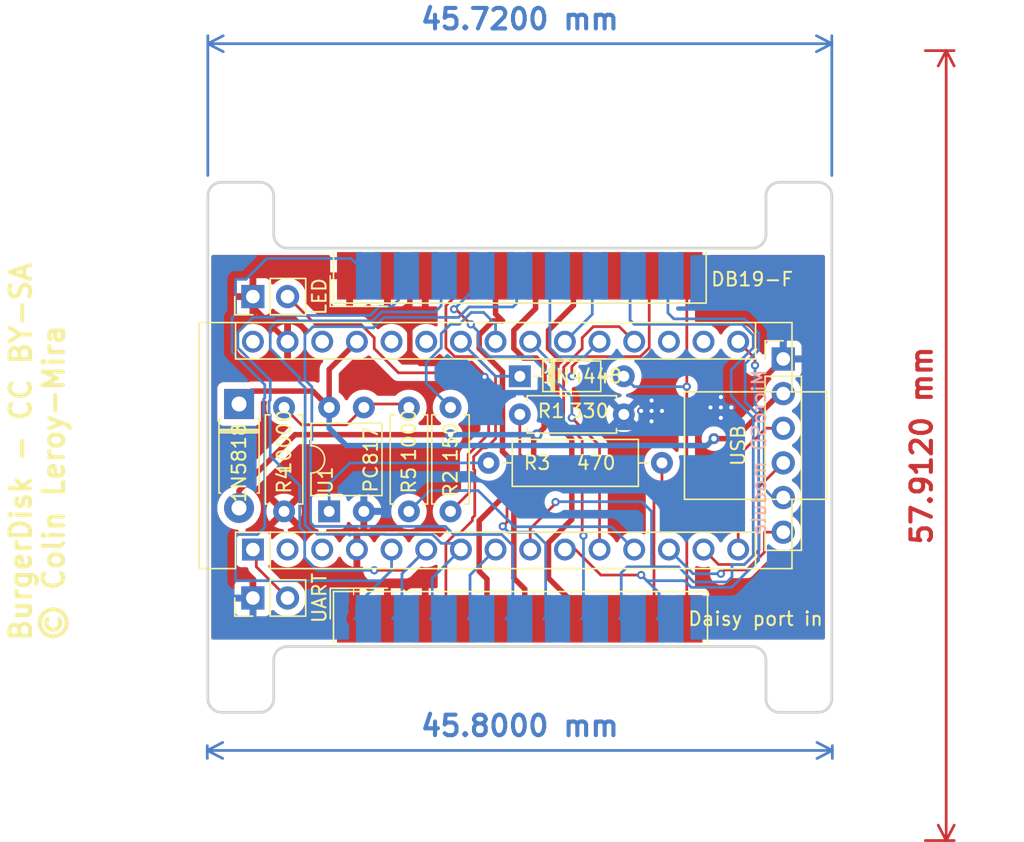
<source format=kicad_pcb>
(kicad_pcb (version 20241229) (generator "pcbnew") (generator_version "9.0")
  (layers (0 "F.Cu" signal) (2 "B.Cu" signal) (13 "F.Paste" user) (15 "B.Paste" user) (5 "F.SilkS" user "F.Silkscreen") (7 "B.SilkS" user "B.Silkscreen") (1 "F.Mask" user) (3 "B.Mask" user) (25 "Edge.Cuts" user))
  (net 0 "")
  (net 1 "TX")
  (net 2 "GND")
  (net 3 "PH0")
  (net 4 "PH1")
  (net 5 "PH2")
  (net 6 "PH3_in")
  (net 7 "RDDATA")
  (net 8 "WRDATA")
  (net 9 "PH3_out")
  (net 10 "DRV2_burgerDisk")
  (net 11 "CS")
  (net 12 "MOSI")
  (net 13 "MISO")
  (net 14 "SCK")
  (net 15 "DRV1_in")
  (net 16 "HDSEL_out")
  (net 17 "DRV1_out")
  (net 18 "DRV2_out")
  (net 19 "WRPROT_in")
  (net 20 "5V_burgerDisk")
  (net 21 "WRPROT_out")
  (net 22 "5V_apple2")
  (net 23 "EN3.5")
  (net 24 "-12V")
  (net 25 "+12V")
  (net 26 "DRV2_in")
  (net 27 "WREQ")
  (net 36 "Net-(R3-Pad2)")
  (net 37 "Net-(R4-Pad2)")
  (net 38 "HDSEL_in")
  (net 39 "Net-(D4-A)")
  (net 40 "Net-(A1-A4)")
  (footprint "DSUB-19-soldertype:DSUB-19_Female_EdgeMount_Pitch2.77mm" (layer "F.Cu") (at 100.076 55.372 180)
    (property "Reference" "J4")
    (property "Value" "Daisy port out")
  )
  (footprint "DSUB-19-soldertype:DSUB-19_Male_EdgeMount_Pitch2.77mm" (layer "F.Cu") (at 100.076 80.518)
    (property "Reference" "J5")
    (property "Value" "Daisy port in")
  )
  (footprint "Diode_THT:D_DO-41_SOD81_P7.62mm_Horizontal" (layer "F.Cu") (at 79.502 64.77 -90)
    (property "Reference" "D3")
    (property "Value" "1N5818")
  )
  (footprint "Package_DIP:DIP-4_W7.62mm" (layer "F.Cu") (at 86.106 72.644 90)
    (property "Reference" "U1")
    (property "Value" "PC817")
  )
  (footprint "Resistor_THT:R_Axial_DIN0207_L6.3mm_D2.5mm_P7.62mm_Horizontal" (layer "F.Cu") (at 107.696 65.532 180)
    (property "Reference" "R1")
    (property "Value" "330")
  )
  (footprint "Connector_PinHeader_2.54mm:PinHeader_1x02_P2.54mm_Vertical" (layer "F.Cu") (at 80.518 56.896 90)
    (property "Reference" "D4")
    (property "Value" "LED")
  )
  (footprint "Connector_PinHeader_2.54mm:PinHeader_1x02_P2.54mm_Vertical" (layer "F.Cu") (at 80.518 78.994 90)
    (property "Reference" "J3")
    (property "Value" "UART")
  )
  (footprint "Resistor_THT:R_Axial_DIN0309_L9.0mm_D3.2mm_P12.70mm_Horizontal" (layer "F.Cu") (at 110.49 69.088 180)
    (property "Reference" "R3")
    (property "Value" "470")
  )
  (footprint "Resistor_THT:R_Axial_DIN0207_L6.3mm_D2.5mm_P7.62mm_Horizontal" (layer "F.Cu") (at 82.804 72.644 90)
    (property "Reference" "R4")
    (property "Value" "10000")
  )
  (footprint "MountingHole:MountingHole_3.2mm_M3" (layer "F.Cu") (at 79.756 85.09)
    (property "Reference" "REF**")
    (property "Value" "MountingHole_3.2mm_M3")
  )
  (footprint "MountingHole:MountingHole_3.2mm_M3" (layer "F.Cu") (at 120.396 85.09)
    (property "Reference" "REF**")
    (property "Value" "MountingHole_3.2mm_M3")
  )
  (footprint "MountingHole:MountingHole_3.2mm_M3" (layer "F.Cu") (at 120.396 50.8)
    (property "Reference" "REF**")
    (property "Value" "MountingHole_3.2mm_M3")
  )
  (footprint "Module:Arduino_Nano" (layer "F.Cu") (at 80.518 75.438 90)
    (property "Reference" "A1")
    (property "Value" "Arduino_Nano_v3.x")
  )
  (footprint "Connector_PinHeader_2.54mm:PinHeader_1x06_P2.54mm_Vertical" (layer "F.Cu") (at 119.38 61.468)
    (property "Reference" "J2")
    (property "Value" "MicroSD module")
  )
  (footprint "MountingHole:MountingHole_3.2mm_M3" (layer "F.Cu") (at 79.502 50.8)
    (property "Reference" "REF**")
    (property "Value" "MountingHole_3.2mm_M3")
  )
  (footprint "Diode_THT:D_DO-35_SOD27_P7.62mm_Horizontal" (layer "F.Cu") (at 100.076 62.738)
    (property "Reference" "D2")
    (property "Value" "1N4448")
  )
  (footprint "Resistor_THT:R_Axial_DIN0207_L6.3mm_D2.5mm_P7.62mm_Horizontal" (layer "F.Cu") (at 94.996 72.644 90)
    (property "Reference" "R2")
    (property "Value" "150")
  )
  (footprint "Resistor_THT:R_Axial_DIN0207_L6.3mm_D2.5mm_P7.62mm_Horizontal" (layer "F.Cu") (at 91.948 72.644 90)
    (property "Reference" "R5")
    (property "Value" "1000")
  )
  (gr_arc (start 117.11 82.55) (mid 117.817107 82.842893) (end 118.11 83.55) (stroke (width 0.2)) (layer "Edge.Cuts"))
  (gr_arc (start 77.216 49.514) (mid 77.508893 48.806893) (end 78.216 48.514) (stroke (width 0.2)) (layer "Edge.Cuts"))
  (gr_arc (start 118.11 52.34) (mid 117.817107 53.047107) (end 117.11 53.34) (stroke (width 0.2)) (layer "Edge.Cuts"))
  (gr_line (start 117.11 82.55) (end 83.042 82.55) (stroke (width 0.2)) (layer "Edge.Cuts"))
  (gr_arc (start 121.936 48.514) (mid 122.643107 48.806893) (end 122.936 49.514) (stroke (width 0.2)) (layer "Edge.Cuts"))
  (gr_line (start 122.936 49.514) (end 122.936 86.376) (stroke (width 0.2)) (layer "Edge.Cuts"))
  (gr_line (start 81.042 87.376) (end 78.216 87.376) (stroke (width 0.2)) (layer "Edge.Cuts"))
  (gr_line (start 78.216 48.514) (end 81.042 48.514) (stroke (width 0.2)) (layer "Edge.Cuts"))
  (gr_line (start 119.11 48.514) (end 121.936 48.514) (stroke (width 0.2)) (layer "Edge.Cuts"))
  (gr_arc (start 81.042 48.514) (mid 81.749107 48.806893) (end 82.042 49.514) (stroke (width 0.2)) (layer "Edge.Cuts"))
  (gr_line (start 83.042 53.34) (end 117.11 53.34) (stroke (width 0.2)) (layer "Edge.Cuts"))
  (gr_line (start 118.11 86.376) (end 118.11 83.55) (stroke (width 0.2)) (layer "Edge.Cuts"))
  (gr_arc (start 119.11 87.376) (mid 118.402893 87.083107) (end 118.11 86.376) (stroke (width 0.2)) (layer "Edge.Cuts"))
  (gr_line (start 118.11 52.34) (end 118.11 49.514) (stroke (width 0.2)) (layer "Edge.Cuts"))
  (gr_arc (start 118.11 49.514) (mid 118.402893 48.806893) (end 119.11 48.514) (stroke (width 0.2)) (layer "Edge.Cuts"))
  (gr_arc (start 83.042 53.34) (mid 82.334893 53.047107) (end 82.042 52.34) (stroke (width 0.2)) (layer "Edge.Cuts"))
  (gr_line (start 82.042 83.55) (end 82.042 86.376) (stroke (width 0.2)) (layer "Edge.Cuts"))
  (gr_arc (start 78.216 87.376) (mid 77.508893 87.083107) (end 77.216 86.376) (stroke (width 0.2)) (layer "Edge.Cuts"))
  (gr_line (start 121.936 87.376) (end 119.11 87.376) (stroke (width 0.2)) (layer "Edge.Cuts"))
  (gr_arc (start 82.042 83.55) (mid 82.334893 82.842893) (end 83.042 82.55) (stroke (width 0.2)) (layer "Edge.Cuts"))
  (gr_line (start 77.216 86.376) (end 77.216 49.514) (stroke (width 0.2)) (layer "Edge.Cuts"))
  (gr_arc (start 122.936 86.376) (mid 122.643107 87.083107) (end 121.936 87.376) (stroke (width 0.2)) (layer "Edge.Cuts"))
  (gr_arc (start 82.042 86.376) (mid 81.749107 87.083107) (end 81.042 87.376) (stroke (width 0.2)) (layer "Edge.Cuts"))
  (gr_line (start 82.042 49.514) (end 82.042 52.34) (stroke (width 0.2)) (layer "Edge.Cuts"))
  (gr_text "BurgerDisk - CC BY-SA\n© Colin Leroy-Mira" (at 66.802 82.296 90) (layer "F.SilkS") (effects (font (size 1.5 1.5) (thickness 0.3) (bold yes)) (justify left bottom)))
  (dimension (type aligned) (layer "F.Cu") (pts (xy 129.286 38.862) (xy 129.286 96.774)) (height -2.032) (format (prefix "") (suffix "") (units 3) (units_format 1) (precision 4)) (style (thickness 0.2) (arrow_length 1.27) (text_position_mode 0) (arrow_direction outward) (extension_height 0.58642) (extension_offset 0.5) (keep_text_aligned yes)) (gr_text "57,9120 mm" (at 129.518 67.818 90) (layer "F.Cu") (effects (font (size 1.5 1.5) (thickness 0.3)))))
  (dimension (type aligned) (layer "B.Cu") (pts (xy 122.976 89.318) (xy 77.176 89.318)) (height -0.852) (format (prefix "") (suffix "") (units 3) (units_format 1) (precision 4)) (style (thickness 0.2) (arrow_length 1.27) (text_position_mode 0) (arrow_direction outward) (extension_height 0.58642) (extension_offset 0.5) (keep_text_aligned yes)) (gr_text "45,8000 mm" (at 100.076 88.37 0) (layer "B.Cu") (effects (font (size 1.5 1.5) (thickness 0.3)))))
  (dimension (type aligned) (layer "B.Cu") (pts (xy 122.936 48.514) (xy 77.216 48.514)) (height 10.16) (format (prefix "") (suffix "") (units 3) (units_format 1) (precision 4)) (style (thickness 0.2) (arrow_length 1.27) (text_position_mode 0) (arrow_direction outward) (extension_height 0.58642) (extension_offset 0.5) (keep_text_aligned yes)) (gr_text "45,7200 mm" (at 100.076 36.554 0) (layer "B.Cu") (effects (font (size 1.5 1.5) (thickness 0.3)))))
  (segment (start 80.767 76.703) (end 80.767 75.687) (width 0.2) (layer "F.Cu") (net 1))
  (segment (start 80.767 75.687) (end 80.518 75.438) (width 0.2) (layer "F.Cu") (net 1))
  (segment (start 83.058 78.994) (end 80.767 76.703) (width 0.2) (layer "F.Cu") (net 1))
  (segment (start 114.808 65.786) (end 114.3 65.278) (width 0.4) (layer "F.Cu") (net 2))
  (segment (start 87.606 55.372) (end 90.376 55.372) (width 0.4) (layer "F.Cu") (net 2))
  (segment (start 114.3 65.024) (end 114.808 65.024) (width 0.4) (layer "F.Cu") (net 2))
  (segment (start 92.018 56.5) (end 93.146 55.372) (width 0.4) (layer "F.Cu") (net 2))
  (segment (start 92.786 61.798) (end 92.018 61.03) (width 0.4) (layer "F.Cu") (net 2))
  (segment (start 96.50947 61.798) (end 92.786 61.798) (width 0.4) (layer "F.Cu") (net 2))
  (segment (start 97.492735 62.781265) (end 96.50947 61.798) (width 0.4) (layer "F.Cu") (net 2))
  (segment (start 88.138 79.986) (end 87.606 80.518) (width 0.4) (layer "F.Cu") (net 2))
  (segment (start 92.018 61.03) (end 92.018 56.5) (width 0.4) (layer "F.Cu") (net 2))
  (segment (start 114.046 65.024) (end 114.3 65.024) (width 0.4) (layer "F.Cu") (net 2))
  (segment (start 88.138 75.438) (end 88.138 79.986) (width 0.4) (layer "F.Cu") (net 2))
  (segment (start 83.058 60.198) (end 80.518 57.658) (width 0.4) (layer "F.Cu") (net 2))
  (segment (start 114.3 65.278) (end 114.3 65.024) (width 0.4) (layer "F.Cu") (net 2))
  (segment (start 114.808 64.262) (end 115.57 65.024) (width 0.4) (layer "F.Cu") (net 2))
  (segment (start 80.518 57.658) (end 80.518 56.896) (width 0.4) (layer "F.Cu") (net 2))
  (segment (start 90.376 55.372) (end 93.146 55.372) (width 0.4) (layer "F.Cu") (net 2))
  (segment (start 115.824 65.024) (end 119.38 61.468) (width 0.4) (layer "F.Cu") (net 2))
  (segment (start 114.808 65.024) (end 115.824 65.024) (width 0.4) (layer "F.Cu") (net 2))
  (segment (start 114.046 65.024) (end 114.808 64.262) (width 0.4) (layer "F.Cu") (net 2))
  (segment (start 115.57 65.024) (end 114.808 65.786) (width 0.4) (layer "F.Cu") (net 2))
  (via (at 114.808 64.262) (size 0.6) (drill 0.3) (layers "F.Cu" "B.Cu") (net 2))
  (via (at 109.728 65.278) (size 0.6) (drill 0.3) (layers "F.Cu" "B.Cu") (net 2))
  (via (at 114.808 65.786) (size 0.6) (drill 0.3) (layers "F.Cu" "B.Cu") (net 2))
  (via (at 110.49 65.278) (size 0.6) (drill 0.3) (layers "F.Cu" "B.Cu") (net 2))
  (via (at 109.728 66.04) (size 0.6) (drill 0.3) (layers "F.Cu" "B.Cu") (net 2))
  (via (at 109.728 64.516) (size 0.6) (drill 0.3) (layers "F.Cu" "B.Cu") (net 2))
  (via (at 114.046 65.024) (size 0.6) (drill 0.3) (layers "F.Cu" "B.Cu") (net 2))
  (via (at 97.492735 62.781265) (size 0.6) (drill 0.3) (layers "F.Cu" "B.Cu") (net 2))
  (via (at 115.57 65.024) (size 0.6) (drill 0.3) (layers "F.Cu" "B.Cu") (net 2))
  (via (at 114.808 65.024) (size 0.6) (drill 0.3) (layers "F.Cu" "B.Cu") (net 2))
  (via (at 108.966 65.278) (size 0.6) (drill 0.3) (layers "F.Cu" "B.Cu") (net 2))
  (segment (start 103.59605 66.486) (end 108.52 66.486) (width 0.4) (layer "B.Cu") (net 2))
  (segment (start 108.966 65.278) (end 108.966 66.04) (width 0.4) (layer "B.Cu") (net 2))
  (segment (start 109.728 64.516) (end 110.49 65.278) (width 0.4) (layer "B.Cu") (net 2))
  (segment (start 109.728 66.04) (end 109.22 66.04) (width 0.4) (layer "B.Cu") (net 2))
  (segment (start 109.22 66.04) (end 109.093 65.913) (width 0.4) (layer "B.Cu") (net 2))
  (segment (start 108.966 66.04) (end 108.52 66.486) (width 0.4) (layer "B.Cu") (net 2))
  (segment (start 109.093 65.913) (end 109.728 65.278) (width 0.4) (layer "B.Cu") (net 2))
  (segment (start 101.53 63.938) (end 103.186 65.594) (width 0.4) (layer "B.Cu") (net 2))
  (segment (start 109.728 64.516) (end 109.728 66.04) (width 0.4) (layer "B.Cu") (net 2))
  (segment (start 103.186 66.07595) (end 103.59605 66.486) (width 0.4) (layer "B.Cu") (net 2))
  (segment (start 110.49 65.278) (end 108.966 65.278) (width 0.4) (layer "B.Cu") (net 2))
  (segment (start 109.728 64.516) (end 109.728 65.278) (width 0.4) (layer "B.Cu") (net 2))
  (segment (start 109.728 64.516) (end 108.966 65.278) (width 0.4) (layer "B.Cu") (net 2))
  (segment (start 109.728 66.04) (end 109.728 65.278) (width 0.4) (layer "B.Cu") (net 2))
  (segment (start 97.492735 62.781265) (end 98.64947 63.938) (width 0.4) (layer "B.Cu") (net 2))
  (segment (start 103.186 65.594) (end 103.186 66.07595) (width 0.4) (layer "B.Cu") (net 2))
  (segment (start 98.64947 63.938) (end 101.53 63.938) (width 0.4) (layer "B.Cu") (net 2))
  (segment (start 108.52 66.486) (end 109.093 65.913) (width 0.4) (layer "B.Cu") (net 2))
  (segment (start 110.49 65.278) (end 109.728 66.04) (width 0.4) (layer "B.Cu") (net 2))
  (segment (start 90.678 76.962) (end 90.678 75.438) (width 0.2) (layer "B.Cu") (net 3))
  (segment (start 87.975 80.518) (end 88.119 80.374) (width 0.2) (layer "B.Cu") (net 3))
  (segment (start 80.856 74.338) (end 79.418 74.338) (width 0.2) (layer "B.Cu") (net 3))
  (segment (start 79.248 55.626) (end 79.248 58.18) (width 0.2) (layer "B.Cu") (net 3))
  (segment (start 89.916 77.724) (end 90.678 76.962) (width 0.2) (layer "B.Cu") (net 3))
  (segment (start 79.418 74.338) (end 79.248 74.508) (width 0.2) (layer "B.Cu") (net 3))
  (segment (start 88.119 79.521) (end 90.678 76.962) (width 0.2) (layer "B.Cu") (net 3))
  (segment (start 80.01 55.626) (end 79.248 55.626) (width 0.2) (layer "B.Cu") (net 3))
  (segment (start 81.534 54.102) (end 80.01 55.626) (width 0.2) (layer "B.Cu") (net 3))
  (segment (start 88.991 55.372) (end 87.721 54.102) (width 0.2) (layer "B.Cu") (net 3))
  (segment (start 88.119 80.374) (end 88.119 79.521) (width 0.2) (layer "B.Cu") (net 3))
  (segment (start 81.388 63.354) (end 81.388 64.318679) (width 0.2) (layer "B.Cu") (net 3))
  (segment (start 81.304 64.40268) (end 81.304 65.64532) (width 0.2) (layer "B.Cu") (net 3))
  (segment (start 81.388 64.318679) (end 81.304 64.40268) (width 0.2) (layer "B.Cu") (net 3))
  (segment (start 81.304 65.64532) (end 81.388 65.72932) (width 0.2) (layer "B.Cu") (net 3))
  (segment (start 79.248 74.508) (end 79.248 77.724) (width 0.2) (layer "B.Cu") (net 3))
  (segment (start 79.248 77.724) (end 89.916 77.724) (width 0.2) (layer "B.Cu") (net 3))
  (segment (start 81.388 65.72932) (end 81.388 73.806) (width 0.2) (layer "B.Cu") (net 3))
  (segment (start 81.388 73.806) (end 80.856 74.338) (width 0.2) (layer "B.Cu") (net 3))
  (segment (start 78.994 58.434) (end 78.994 60.96) (width 0.2) (layer "B.Cu") (net 3))
  (segment (start 87.721 54.102) (end 81.534 54.102) (width 0.2) (layer "B.Cu") (net 3))
  (segment (start 78.994 60.96) (end 81.388 63.354) (width 0.2) (layer "B.Cu") (net 3))
  (segment (start 79.248 58.18) (end 78.994 58.434) (width 0.2) (layer "B.Cu") (net 3))
  (segment (start 91.694 76.962) (end 93.218 75.438) (width 0.2) (layer "F.Cu") (net 4))
  (segment (start 89.408 76.962) (end 91.694 76.962) (width 0.2) (layer "F.Cu") (net 4))
  (via (at 89.408 76.962) (size 0.6) (drill 0.3) (layers "F.Cu" "B.Cu") (net 4))
  (segment (start 89.408 76.962) (end 85.226365 76.962) (width 0.2) (layer "B.Cu") (net 4))
  (segment (start 91.44 79.823) (end 90.745 80.518) (width 0.2) (layer "B.Cu") (net 4))
  (segment (start 84.313314 76.048949) (end 84.313314 74.182686) (width 0.2) (layer "B.Cu") (net 4))
  (segment (start 90.716 57.62) (end 91.186 57.15) (width 0.2) (layer "B.Cu") (net 4))
  (segment (start 81.704 64.568365) (end 81.788 64.484365) (width 0.2) (layer "B.Cu") (net 4))
  (segment (start 84.313314 74.182686) (end 83.944 73.813371) (width 0.2) (layer "B.Cu") (net 4))
  (segment (start 89.780944 57.62) (end 90.716 57.62) (width 0.2) (layer "B.Cu") (net 4))
  (segment (start 79.418 60.653635) (end 79.418 59.52) (width 0.2) (layer "B.Cu") (net 4))
  (segment (start 81.788 65.563635) (end 81.704 65.479635) (width 0.2) (layer "B.Cu") (net 4))
  (segment (start 91.186 55.947) (end 91.761 55.372) (width 0.2) (layer "B.Cu") (net 4))
  (segment (start 81.788 68.58) (end 81.788 65.563635) (width 0.2) (layer "B.Cu") (net 4))
  (segment (start 89.126944 58.274) (end 89.780944 57.62) (width 0.2) (layer "B.Cu") (net 4))
  (segment (start 83.944 73.813371) (end 83.944 70.736) (width 0.2) (layer "B.Cu") (net 4))
  (segment (start 91.44 77.724) (end 91.44 77.216) (width 0.2) (layer "B.Cu") (net 4))
  (segment (start 91.186 57.15) (end 91.186 55.947) (width 0.2) (layer "B.Cu") (net 4))
  (segment (start 80.518 58.42) (end 81.984315 58.42) (width 0.2) (layer "B.Cu") (net 4))
  (segment (start 91.44 77.216) (end 93.218 75.438) (width 0.2) (layer "B.Cu") (net 4))
  (segment (start 85.226365 76.962) (end 84.313314 76.048949) (width 0.2) (layer "B.Cu") (net 4))
  (segment (start 79.418 59.52) (end 80.518 58.42) (width 0.2) (layer "B.Cu") (net 4))
  (segment (start 91.44 77.724) (end 91.44 79.823) (width 0.2) (layer "B.Cu") (net 4))
  (segment (start 83.944 70.736) (end 81.788 68.58) (width 0.2) (layer "B.Cu") (net 4))
  (segment (start 81.984315 58.42) (end 82.130315 58.274) (width 0.2) (layer "B.Cu") (net 4))
  (segment (start 81.788 63.023635) (end 79.418 60.653635) (width 0.2) (layer "B.Cu") (net 4))
  (segment (start 81.788 64.484365) (end 81.788 63.023635) (width 0.2) (layer "B.Cu") (net 4))
  (segment (start 81.704 65.479635) (end 81.704 64.568365) (width 0.2) (layer "B.Cu") (net 4))
  (segment (start 82.130315 58.274) (end 89.126944 58.274) (width 0.2) (layer "B.Cu") (net 4))
  (segment (start 85.236 74.314) (end 87.522 74.314) (width 0.2) (layer "B.Cu") (net 5))
  (segment (start 89.292629 58.674) (end 82.296 58.674) (width 0.2) (layer "B.Cu") (net 5))
  (segment (start 89.262 74.314) (end 90.198365 74.314) (width 0.2) (layer "B.Cu") (net 5))
  (segment (start 95.302365 74.982365) (end 95.758 75.438) (width 0.2) (layer "B.Cu") (net 5))
  (segment (start 87.522 74.314) (end 87.614183 74.406182) (width 0.2) (layer "B.Cu") (net 5))
  (segment (start 83.928 63.157686) (end 84.344 63.573686) (width 0.2) (layer "B.Cu") (net 5))
  (segment (start 93.673635 74.338) (end 94.318 74.982365) (width 0.2) (layer "B.Cu") (net 5))
  (segment (start 84.840314 74.144) (end 85.066 74.144) (width 0.2) (layer "B.Cu") (net 5))
  (segment (start 84.344 63.573686) (end 84.344 73.647686) (width 0.2) (layer "B.Cu") (net 5))
  (segment (start 87.682365 74.338) (end 89.238 74.338) (width 0.2) (layer "B.Cu") (net 5))
  (segment (start 84.344 73.647686) (end 84.840314 74.144) (width 0.2) (layer "B.Cu") (net 5))
  (segment (start 94.318 74.982365) (end 95.302365 74.982365) (width 0.2) (layer "B.Cu") (net 5))
  (segment (start 85.066 74.144) (end 85.236 74.314) (width 0.2) (layer "B.Cu") (net 5))
  (segment (start 87.614183 74.406182) (end 87.682365 74.338) (width 0.2) (layer "B.Cu") (net 5))
  (segment (start 90.198365 74.314) (end 90.222365 74.338) (width 0.2) (layer "B.Cu") (net 5))
  (segment (start 89.946629 58.02) (end 89.292629 58.674) (width 0.2) (layer "B.Cu") (net 5))
  (segment (start 93.659 80.374) (end 93.659 77.537) (width 0.2) (layer "B.Cu") (net 5))
  (segment (start 94.531 55.372) (end 94.306 55.597) (width 0.2) (layer "B.Cu") (net 5))
  (segment (start 93.515 80.518) (end 93.659 80.374) (width 0.2) (layer "B.Cu") (net 5))
  (segment (start 89.238 74.338) (end 89.262 74.314) (width 0.2) (layer "B.Cu") (net 5))
  (segment (start 81.788 60.706) (end 83.928 62.846) (width 0.2) (layer "B.Cu") (net 5))
  (segment (start 90.222365 74.338) (end 93.673635 74.338) (width 0.2) (layer "B.Cu") (net 5))
  (segment (start 93.872 58.02) (end 89.946629 58.02) (width 0.2) (layer "B.Cu") (net 5))
  (segment (start 93.659 77.537) (end 95.758 75.438) (width 0.2) (layer "B.Cu") (net 5))
  (segment (start 81.788 59.182) (end 81.788 60.706) (width 0.2) (layer "B.Cu") (net 5))
  (segment (start 83.928 62.846) (end 83.928 63.157686) (width 0.2) (layer "B.Cu") (net 5))
  (segment (start 82.296 58.674) (end 81.788 59.182) (width 0.2) (layer "B.Cu") (net 5))
  (segment (start 94.306 57.586) (end 93.872 58.02) (width 0.2) (layer "B.Cu") (net 5))
  (segment (start 94.306 55.597) (end 94.306 57.586) (width 0.2) (layer "B.Cu") (net 5))
  (segment (start 96.429 80.374) (end 96.429 77.307) (width 0.2) (layer "B.Cu") (net 6))
  (segment (start 96.429 77.307) (end 98.298 75.438) (width 0.2) (layer "B.Cu") (net 6))
  (segment (start 96.285 80.518) (end 96.429 80.374) (width 0.2) (layer "B.Cu") (net 6))
  (segment (start 100.838 73.914) (end 100.838 75.438) (width 0.2) (layer "F.Cu") (net 7))
  (segment (start 102.6922 71.9582) (end 102.6922 72.0598) (width 0.2) (layer "F.Cu") (net 7))
  (segment (start 102.6922 72.0598) (end 100.838 73.914) (width 0.2) (layer "F.Cu") (net 7))
  (via (at 102.6922 71.9582) (size 0.6) (drill 0.3) (layers "F.Cu" "B.Cu") (net 7))
  (segment (start 102.87 71.9328) (end 102.8446 71.9582) (width 0.2) (layer "B.Cu") (net 7))
  (segment (start 117.178 65.783471) (end 117.178 75.893635) (width 0.2) (layer "B.Cu") (net 7))
  (segment (start 107.509 80.374) (end 107.365 80.518) (width 0.2) (layer "B.Cu") (net 7))
  (segment (start 115.57 62.261635) (end 115.57 64.175471) (width 0.2) (layer "B.Cu") (net 7))
  (segment (start 115.255635 77.816) (end 112.810314 77.816) (width 0.2) (layer "B.Cu") (net 7))
  (segment (start 115.622365 77.44927) (end 115.255635 77.816) (width 0.2) (layer "B.Cu") (net 7))
  (segment (start 115.57 64.175471) (end 117.178 65.783471) (width 0.2) (layer "B.Cu") (net 7))
  (segment (start 117.178 60.653635) (end 115.57 62.261635) (width 0.2) (layer "B.Cu") (net 7))
  (segment (start 117.178 59.742365) (end 117.178 60.653635) (width 0.2) (layer "B.Cu") (net 7))
  (segment (start 116.533635 76.538) (end 115.622365 76.538) (width 0.2) (layer "B.Cu") (net 7))
  (segment (start 108.156 55.597) (end 108.156 58.626) (width 0.2) (layer "B.Cu") (net 7))
  (segment (start 112.810314 77.816) (end 111.702314 76.708) (width 0.2) (layer "B.Cu") (net 7))
  (segment (start 117.178 75.893635) (end 116.533635 76.538) (width 0.2) (layer "B.Cu") (net 7))
  (segment (start 107.95 76.708) (end 107.509 77.149) (width 0.2) (layer "B.Cu") (net 7))
  (segment (start 108.381 55.372) (end 108.156 55.597) (width 0.2) (layer "B.Cu") (net 7))
  (segment (start 116.363635 58.928) (end 117.178 59.742365) (width 0.2) (layer "B.Cu") (net 7))
  (segment (start 108.458 58.928) (end 116.363635 58.928) (width 0.2) (layer "B.Cu") (net 7))
  (segment (start 107.509 77.149) (end 107.509 80.374) (width 0.2) (layer "B.Cu") (net 7))
  (segment (start 108.156 58.626) (end 108.458 58.928) (width 0.2) (layer "B.Cu") (net 7))
  (segment (start 111.702314 76.708) (end 109.728 76.708) (width 0.2) (layer "B.Cu") (net 7))
  (segment (start 102.87 71.9328) (end 109.0168 71.9328) (width 0.2) (layer "B.Cu") (net 7))
  (segment (start 109.728 72.644) (end 109.728 76.708) (width 0.2) (layer "B.Cu") (net 7))
  (segment (start 102.8446 71.9582) (end 102.6922 71.9582) (width 0.2) (layer "B.Cu") (net 7))
  (segment (start 109.0168 71.9328) (end 109.728 72.644) (width 0.2) (layer "B.Cu") (net 7))
  (segment (start 115.622365 76.538) (end 115.622365 77.44927) (width 0.2) (layer "B.Cu") (net 7))
  (segment (start 109.728 76.708) (end 107.95 76.708) (width 0.2) (layer "B.Cu") (net 7))
  (segment (start 108.966 77.308) (end 106.01 77.308) (width 0.2) (layer "F.Cu") (net 8))
  (segment (start 104.14 75.438) (end 103.378 75.438) (width 0.2) (layer "F.Cu") (net 8))
  (segment (start 106.01 77.308) (end 104.14 75.438) (width 0.2) (layer "F.Cu") (net 8))
  (via (at 108.966 77.308) (size 0.6) (drill 0.3) (layers "F.Cu" "B.Cu") (net 8))
  (segment (start 116.586 64.625785) (end 116.586 61.811321) (width 0.2) (layer "B.Cu") (net 8))
  (segment (start 110.279 78.621) (end 110.279 80.374) (width 0.2) (layer "B.Cu") (net 8))
  (segment (start 117.578 65.617785) (end 116.586 64.625785) (width 0.2) (layer "B.Cu") (net 8))
  (segment (start 112.644628 78.216) (end 115.586 78.216) (width 0.2) (layer "B.Cu") (net 8))
  (segment (start 111.36 58.528) (end 110.926 58.094) (width 0.2) (layer "B.Cu") (net 8))
  (segment (start 115.586 78.216) (end 117.578 76.224) (width 0.2) (layer "B.Cu") (net 8))
  (segment (start 116.586 61.811321) (end 117.578 60.819321) (width 0.2) (layer "B.Cu") (net 8))
  (segment (start 109.382 77.724) (end 112.152628 77.724) (width 0.2) (layer "B.Cu") (net 8))
  (segment (start 110.926 58.094) (end 110.926 55.597) (width 0.2) (layer "B.Cu") (net 8))
  (segment (start 117.578 59.576679) (end 116.529321 58.528) (width 0.2) (layer "B.Cu") (net 8))
  (segment (start 117.578 60.819321) (end 117.578 59.576679) (width 0.2) (layer "B.Cu") (net 8))
  (segment (start 108.966 77.308) (end 110.279 78.621) (width 0.2) (layer "B.Cu") (net 8))
  (segment (start 117.578 76.224) (end 117.578 65.617785) (width 0.2) (layer "B.Cu") (net 8))
  (segment (start 112.152628 77.724) (end 112.644628 78.216) (width 0.2) (layer "B.Cu") (net 8))
  (segment (start 108.966 77.308) (end 109.382 77.724) (width 0.2) (layer "B.Cu") (net 8))
  (segment (start 116.529321 58.528) (end 111.36 58.528) (width 0.2) (layer "B.Cu") (net 8))
  (segment (start 110.926 55.597) (end 111.151 55.372) (width 0.2) (layer "B.Cu") (net 8))
  (segment (start 110.279 80.374) (end 110.135 80.518) (width 0.2) (layer "B.Cu") (net 8))
  (segment (start 95.258 57.82) (end 95.381306 57.82) (width 0.2) (layer "F.Cu") (net 9))
  (segment (start 103.886 65.786) (end 105.918 67.818) (width 0.2) (layer "F.Cu") (net 9))
  (segment (start 105.918 67.818) (end 105.918 75.438) (width 0.2) (layer "F.Cu") (net 9))
  (segment (start 95.381306 57.82) (end 96.489306 58.928) (width 0.2) (layer "F.Cu") (net 9))
  (via (at 96.489306 58.928) (size 0.6) (drill 0.3) (layers "F.Cu" "B.Cu") (net 9))
  (via (at 103.886 65.786) (size 0.6) (drill 0.3) (layers "F.Cu" "B.Cu") (net 9))
  (via (at 95.258 57.82) (size 0.6) (drill 0.3) (layers "F.Cu" "B.Cu") (net 9))
  (segment (start 96.489306 58.928) (end 97.028 59.466694) (width 0.2) (layer "B.Cu") (net 9))
  (segment (start 100.922 61.298) (end 103.886 64.262) (width 0.2) (layer "B.Cu") (net 9))
  (segment (start 97.301 55.777) (end 97.301 55.372) (width 0.2) (layer "B.Cu") (net 9))
  (segment (start 97.028 60.483635) (end 97.842365 61.298) (width 0.2) (layer "B.Cu") (net 9))
  (segment (start 95.258 57.82) (end 97.301 55.777) (width 0.2) (layer "B.Cu") (net 9))
  (segment (start 97.028 59.466694) (end 97.028 60.483635) (width 0.2) (layer "B.Cu") (net 9))
  (segment (start 103.886 64.262) (end 103.886 65.786) (width 0.2) (layer "B.Cu") (net 9))
  (segment (start 97.842365 61.298) (end 100.922 61.298) (width 0.2) (layer "B.Cu") (net 9))
  (segment (start 106.788 73.768) (end 108.458 75.438) (width 0.2) (layer "B.Cu") (net 10))
  (segment (start 91.948 72.644) (end 93.472 71.12) (width 0.2) (layer "B.Cu") (net 10))
  (segment (start 99.676 73.768) (end 106.788 73.768) (width 0.2) (layer "B.Cu") (net 10))
  (segment (start 99.050524 73.142524) (end 99.075707 73.142524) (width 0.2) (layer "B.Cu") (net 10))
  (segment (start 93.472 71.12) (end 97.028 71.12) (width 0.2) (layer "B.Cu") (net 10))
  (segment (start 99.427178 73.519178) (end 99.676 73.768) (width 0.2) (layer "B.Cu") (net 10))
  (segment (start 99.427178 73.493995) (end 99.427178 73.519178) (width 0.2) (layer "B.Cu") (net 10))
  (segment (start 99.075707 73.142524) (end 99.427178 73.493995) (width 0.2) (layer "B.Cu") (net 10))
  (segment (start 97.028 71.12) (end 99.050524 73.142524) (width 0.2) (layer "B.Cu") (net 10))
  (segment (start 114.808 77.216) (end 115.086 76.938) (width 0.2) (layer "F.Cu") (net 11))
  (segment (start 115.086 76.938) (end 116.699321 76.938) (width 0.2) (layer "F.Cu") (net 11))
  (segment (start 116.699321 76.938) (end 118.002 75.635321) (width 0.2) (layer "F.Cu") (net 11))
  (segment (start 118.002 74.168) (end 119.38 74.168) (width 0.2) (layer "F.Cu") (net 11))
  (segment (start 118.002 75.635321) (end 118.002 74.168) (width 0.2) (layer "F.Cu") (net 11))
  (via (at 114.808 77.216) (size 0.6) (drill 0.3) (layers "F.Cu" "B.Cu") (net 11))
  (segment (start 112.776 77.216) (end 114.808 77.216) (width 0.2) (layer "B.Cu") (net 11))
  (segment (start 110.998 75.438) (end 112.776 77.216) (width 0.2) (layer "B.Cu") (net 11))
  (segment (start 114.638 76.538) (end 113.538 75.438) (width 0.2) (layer "F.Cu") (net 12))
  (segment (start 116.533635 76.538) (end 114.638 76.538) (width 0.2) (layer "F.Cu") (net 12))
  (segment (start 117.602 75.469635) (end 116.533635 76.538) (width 0.2) (layer "F.Cu") (net 12))
  (segment (start 119.3546 69.088) (end 117.602 70.8406) (width 0.2) (layer "F.Cu") (net 12))
  (segment (start 119.38 69.088) (end 119.3546 69.088) (width 0.2) (layer "F.Cu") (net 12))
  (segment (start 117.602 70.8406) (end 117.602 75.469635) (width 0.2) (layer "F.Cu") (net 12))
  (segment (start 118.11 66.548) (end 116.078 68.58) (width 0.2) (layer "F.Cu") (net 13))
  (segment (start 116.078 68.58) (end 116.078 75.438) (width 0.2) (layer "F.Cu") (net 13))
  (segment (start 119.38 66.548) (end 118.11 66.548) (width 0.2) (layer "F.Cu") (net 13))
  (segment (start 117.308925 61.936926) (end 117.308925 61.428925) (width 0.2) (layer "F.Cu") (net 14))
  (segment (start 117.308925 61.428925) (end 116.078 60.198) (width 0.2) (layer "F.Cu") (net 14))
  (via (at 117.308925 61.936926) (size 0.6) (drill 0.3) (layers "F.Cu" "B.Cu") (net 14))
  (segment (start 117.308925 64.783025) (end 117.978 65.4521) (width 0.2) (layer "B.Cu") (net 14))
  (segment (start 117.978 65.4521) (end 117.978 70.988) (width 0.2) (layer "B.Cu") (net 14))
  (segment (start 117.978 70.988) (end 118.618 71.628) (width 0.2) (layer "B.Cu") (net 14))
  (segment (start 118.618 71.628) (end 119.38 71.628) (width 0.2) (layer "B.Cu") (net 14))
  (segment (start 117.308925 61.936926) (end 117.308925 64.783025) (width 0.2) (layer "B.Cu") (net 14))
  (segment (start 104.648 74.331) (end 104.648 67.396529) (width 0.2) (layer "F.Cu") (net 15))
  (segment (start 105.462365 59.098) (end 107.358 59.098) (width 0.2) (layer "F.Cu") (net 15))
  (segment (start 103.286 62.068) (end 104.648 60.706) (width 0.2) (layer "F.Cu") (net 15))
  (segment (start 104.739 74.422) (end 104.648 74.331) (width 0.2) (layer "F.Cu") (net 15))
  (segment (start 104.648 59.912365) (end 105.462365 59.098) (width 0.2) (layer "F.Cu") (net 15))
  (segment (start 107.358 59.098) (end 108.458 60.198) (width 0.2) (layer "F.Cu") (net 15))
  (segment (start 104.648 60.706) (end 104.648 59.912365) (width 0.2) (layer "F.Cu") (net 15))
  (segment (start 103.286 66.034529) (end 103.286 62.068) (width 0.2) (layer "F.Cu") (net 15))
  (segment (start 104.648 67.396529) (end 103.286 66.034529) (width 0.2) (layer "F.Cu") (net 15))
  (via (at 104.739 74.422) (size 0.6) (drill 0.3) (layers "F.Cu" "B.Cu") (net 15))
  (segment (start 104.739 74.422) (end 104.739 80.374) (width 0.2) (layer "B.Cu") (net 15))
  (segment (start 104.739 80.374) (end 104.595 80.518) (width 0.2) (layer "B.Cu") (net 15))
  (segment (start 105.918 60.198) (end 104.818 61.298) (width 0.2) (layer "B.Cu") (net 16))
  (segment (start 104.818 61.298) (end 102.922365 61.298) (width 0.2) (layer "B.Cu") (net 16))
  (segment (start 102.922365 61.298) (end 102.278 60.653635) (width 0.2) (layer "B.Cu") (net 16))
  (segment (start 102.278 55.935) (end 102.841 55.372) (width 0.2) (layer "B.Cu") (net 16))
  (segment (start 102.278 60.653635) (end 102.278 55.935) (width 0.2) (layer "B.Cu") (net 16))
  (segment (start 105.611 55.372) (end 105.386 55.597) (width 0.2) (layer "B.Cu") (net 17))
  (segment (start 105.386 58.19) (end 103.378 60.198) (width 0.2) (layer "B.Cu") (net 17))
  (segment (start 105.386 55.597) (end 105.386 58.19) (width 0.2) (layer "B.Cu") (net 17))
  (segment (start 109.558 60.653635) (end 108.913635 61.298) (width 0.2) (layer "F.Cu") (net 18))
  (segment (start 104.621686 61.298) (end 103.886 62.033686) (width 0.2) (layer "F.Cu") (net 18))
  (segment (start 109.766 55.372) (end 109.558 55.58) (width 0.2) (layer "F.Cu") (net 18))
  (segment (start 103.886 62.033686) (end 103.886 62.738) (width 0.2) (layer "F.Cu") (net 18))
  (segment (start 108.913635 61.298) (end 104.621686 61.298) (width 0.2) (layer "F.Cu") (net 18))
  (segment (start 109.558 55.58) (end 109.558 60.653635) (width 0.2) (layer "F.Cu") (net 18))
  (via (at 103.886 62.738) (size 0.6) (drill 0.3) (layers "F.Cu" "B.Cu") (net 18))
  (segment (start 103.378 62.738) (end 100.838 60.198) (width 0.2) (layer "B.Cu") (net 18))
  (segment (start 103.886 62.738) (end 103.378 62.738) (width 0.2) (layer "B.Cu") (net 18))
  (segment (start 95.758 60.198) (end 98.298 62.738) (width 0.2) (layer "B.Cu") (net 19))
  (segment (start 98.298 62.738) (end 100.076 62.738) (width 0.2) (layer "B.Cu") (net 19))
  (segment (start 86.106 65.024) (end 84.906 63.824) (width 0.4) (layer "F.Cu") (net 20))
  (segment (start 114.3 67.31) (end 115.824 67.31) (width 0.4) (layer "F.Cu") (net 20))
  (segment (start 86.106 62.23) (end 88.138 60.198) (width 0.4) (layer "F.Cu") (net 20))
  (segment (start 84.906 63.824) (end 80.448 63.824) (width 0.4) (layer "F.Cu") (net 20))
  (segment (start 119.126 64.008) (end 119.38 64.008) (width 0.4) (layer "F.Cu") (net 20))
  (segment (start 86.106 65.024) (end 86.106 62.23) (width 0.4) (layer "F.Cu") (net 20))
  (segment (start 80.448 63.824) (end 79.502 64.77) (width 0.4) (layer "F.Cu") (net 20))
  (segment (start 115.824 67.31) (end 119.126 64.008) (width 0.4) (layer "F.Cu") (net 20))
  (via (at 114.3 67.31) (size 0.8) (drill 0.4) (layers "F.Cu" "B.Cu") (net 20))
  (segment (start 86.106 66.548) (end 86.106 65.024) (width 0.4) (layer "B.Cu") (net 20))
  (segment (start 113.792 67.818) (end 87.376 67.818) (width 0.4) (layer "B.Cu") (net 20))
  (segment (start 87.376 67.818) (end 86.106 66.548) (width 0.4) (layer "B.Cu") (net 20))
  (segment (start 114.3 67.31) (end 113.792 67.818) (width 0.4) (layer "B.Cu") (net 20))
  (segment (start 112.311 55.597) (end 112.311 63.5) (width 0.2) (layer "F.Cu") (net 21))
  (segment (start 112.311 63.5) (end 112.311 79.727) (width 0.2) (layer "F.Cu") (net 21))
  (segment (start 112.311 79.727) (end 111.52 80.518) (width 0.2) (layer "F.Cu") (net 21))
  (segment (start 112.536 55.372) (end 112.311 55.597) (width 0.2) (layer "F.Cu") (net 21))
  (via (at 112.311 63.5) (size 0.6) (drill 0.3) (layers "F.Cu" "B.Cu") (net 21))
  (segment (start 108.458 63.5) (end 112.311 63.5) (width 0.2) (layer "B.Cu") (net 21))
  (segment (start 107.696 62.738) (end 108.458 63.5) (width 0.2) (layer "B.Cu") (net 21))
  (segment (start 101.231 55.597) (end 101.456 55.372) (width 0.4) (layer "F.Cu") (net 22))
  (segment (start 99.638 59.366) (end 101.231 57.773) (width 0.4) (layer "F.Cu") (net 22))
  (segment (start 99.638 72.206) (end 99.638 77.54) (width 0.4) (layer "F.Cu") (net 22))
  (segment (start 83.604 67.018) (end 79.502 71.12) (width 0.4) (layer "F.Cu") (net 22))
  (segment (start 100.340943 61.398) (end 99.638 60.695057) (width 0.4) (layer "F.Cu") (net 22))
  (segment (start 101.854 61.976) (end 101.276 61.398) (width 0.4) (layer "F.Cu") (net 22))
  (segment (start 101.276 61.398) (end 100.340943 61.398) (width 0.4) (layer "F.Cu") (net 22))
  (segment (start 100.44 78.342) (end 100.44 80.518) (width 0.4) (layer "F.Cu") (net 22))
  (segment (start 101.092 70.752) (end 99.638 72.206) (width 0.4) (layer "F.Cu") (net 22))
  (segment (start 99.638 77.54) (end 100.44 78.342) (width 0.4) (layer "F.Cu") (net 22))
  (segment (start 99.638 60.695057) (end 99.638 59.366) (width 0.4) (layer "F.Cu") (net 22))
  (segment (start 101.346 67.018) (end 101.092 67.272) (width 0.4) (layer "F.Cu") (net 22))
  (segment (start 101.346 67.018) (end 101.854 66.51) (width 0.4) (layer "F.Cu") (net 22))
  (segment (start 94.996 67.018) (end 83.604 67.018) (width 0.4) (layer "F.Cu") (net 22))
  (segment (start 101.231 57.773) (end 101.231 55.597) (width 0.4) (layer "F.Cu") (net 22))
  (segment (start 101.092 67.272) (end 101.092 70.752) (width 0.4) (layer "F.Cu") (net 22))
  (segment (start 101.854 66.51) (end 101.854 61.976) (width 0.4) (layer "F.Cu") (net 22))
  (segment (start 79.502 71.12) (end 79.502 72.39) (width 0.4) (layer "F.Cu") (net 22))
  (via (at 94.996 67.018) (size 0.8) (drill 0.4) (layers "F.Cu" "B.Cu") (net 22))
  (via (at 101.346 67.018) (size 0.8) (drill 0.4) (layers "F.Cu" "B.Cu") (net 22))
  (segment (start 94.996 67.018) (end 101.346 67.018) (width 0.4) (layer "B.Cu") (net 22))
  (segment (start 94.658 74.982365) (end 94.658 80.276) (width 0.2) (layer "F.Cu") (net 23))
  (segment (start 96.598 73.124681) (end 96.598 73.328) (width 0.2) (layer "F.Cu") (net 23))
  (segment (start 95.588 74.338) (end 95.302365 74.338) (width 0.2) (layer "F.Cu") (net 23))
  (segment (start 95.302365 74.338) (end 94.658 74.982365) (width 0.2) (layer "F.Cu") (net 23))
  (segment (start 95.999471 56.23) (end 94.658 57.571471) (width 0.2) (layer "F.Cu") (net 23))
  (segment (start 97.334365 67.988) (end 96.69 68.632365) (width 0.2) (layer "F.Cu") (net 23))
  (segment (start 96.69 69.543635) (end 96.774 69.627635) (width 0.2) (layer "F.Cu") (net 23))
  (segment (start 94.658 60.653635) (end 95.302365 61.298) (width 0.2) (layer "F.Cu") (net 23))
  (segment (start 96.598 73.328) (end 95.588 74.338) (width 0.2) (layer "F.Cu") (net 23))
  (segment (start 94.658 57.571471) (end 94.658 60.653635) (width 0.2) (layer "F.Cu") (net 23))
  (segment (start 95.302365 61.298) (end 96.858 61.298) (width 0.2) (layer "F.Cu") (net 23))
  (segment (start 95.999471 55.455471) (end 95.999471 56.23) (width 0.2) (layer "F.Cu") (net 23))
  (segment (start 98.298 67.31) (end 97.62 67.988) (width 0.2) (layer "F.Cu") (net 23))
  (segment (start 96.774 69.627635) (end 96.774 72.948681) (width 0.2) (layer "F.Cu") (net 23))
  (segment (start 98.298 62.738) (end 98.298 67.31) (width 0.2) (layer "F.Cu") (net 23))
  (segment (start 96.858 61.298) (end 98.298 62.738) (width 0.2) (layer "F.Cu") (net 23))
  (segment (start 96.69 68.632365) (end 96.69 69.543635) (width 0.2) (layer "F.Cu") (net 23))
  (segment (start 97.62 67.988) (end 97.334365 67.988) (width 0.2) (layer "F.Cu") (net 23))
  (segment (start 95.916 55.372) (end 95.999471 55.455471) (width 0.2) (layer "F.Cu") (net 23))
  (segment (start 96.774 72.948681) (end 96.598 73.124681) (width 0.2) (layer "F.Cu") (net 23))
  (segment (start 94.658 80.276) (end 94.9 80.518) (width 0.2) (layer "F.Cu") (net 23))
  (segment (start 99.568 69.007057) (end 99.568 70.861788) (width 0.4) (layer "F.Cu") (net 24))
  (segment (start 98.686 55.372) (end 98.298 55.76) (width 0.4) (layer "F.Cu") (net 24))
  (segment (start 97.098 73.331788) (end 97.098 77.032) (width 0.4) (layer "F.Cu") (net 24))
  (segment (start 98.806 68.245057) (end 99.568 69.007057) (width 0.4) (layer "F.Cu") (net 24))
  (segment (start 97.098 59.700943) (end 97.098 60.695057) (width 0.4) (layer "F.Cu") (net 24))
  (segment (start 97.098 60.695057) (end 98.806 62.403057) (width 0.4) (layer "F.Cu") (net 24))
  (segment (start 99.568 70.861788) (end 97.098 73.331788) (width 0.4) (layer "F.Cu") (net 24))
  (segment (start 97.098 77.032) (end 97.67 77.604) (width 0.4) (layer "F.Cu") (net 24))
  (segment (start 98.806 58.674) (end 98.124943 58.674) (width 0.4) (layer "F.Cu") (net 24))
  (segment (start 98.298 55.76) (end 98.298 58.166) (width 0.4) (layer "F.Cu") (net 24))
  (segment (start 97.67 77.604) (end 97.67 80.518) (width 0.4) (layer "F.Cu") (net 24))
  (segment (start 98.806 62.403057) (end 98.806 68.245057) (width 0.4) (layer "F.Cu") (net 24))
  (segment (start 98.298 58.166) (end 98.806 58.674) (width 0.4) (layer "F.Cu") (net 24))
  (segment (start 98.124943 58.674) (end 97.098 59.700943) (width 0.4) (layer "F.Cu") (net 24))
  (segment (start 103.886 67.341635) (end 103.886 73.232943) (width 0.4) (layer "F.Cu") (net 25))
  (segment (start 104.226 55.372) (end 104.001 55.597) (width 0.4) (layer "F.Cu") (net 25))
  (segment (start 102.178 60.695057) (end 103.064918 61.581975) (width 0.4) (layer "F.Cu") (net 25))
  (segment (start 104.226 79.588) (end 104.226 80.518) (width 0.4) (layer "F.Cu") (net 25))
  (segment (start 102.786 66.241636) (end 103.886 67.341635) (width 0.4) (layer "F.Cu") (net 25))
  (segment (start 102.178 59.366) (end 102.178 60.695057) (width 0.4) (layer "F.Cu") (net 25))
  (segment (start 102.786 61.860893) (end 102.786 66.241636) (width 0.4) (layer "F.Cu") (net 25))
  (segment (start 104.001 55.597) (end 104.001 57.543) (width 0.4) (layer "F.Cu") (net 25))
  (segment (start 104.001 57.543) (end 102.178 59.366) (width 0.4) (layer "F.Cu") (net 25))
  (segment (start 104.226 80.518) (end 105.98 80.518) (width 0.4) (layer "F.Cu") (net 25))
  (segment (start 102.178 77.54) (end 104.226 79.588) (width 0.4) (layer "F.Cu") (net 25))
  (segment (start 104.226 55.372) (end 106.996 55.372) (width 0.4) (layer "F.Cu") (net 25))
  (segment (start 103.064918 61.581975) (end 102.786 61.860893) (width 0.4) (layer "F.Cu") (net 25))
  (segment (start 103.886 73.232943) (end 102.178 74.940943) (width 0.4) (layer "F.Cu") (net 25))
  (segment (start 102.178 74.940943) (end 102.178 77.54) (width 0.4) (layer "F.Cu") (net 25))
  (segment (start 109.898 74.982365) (end 109.9058 74.974565) (width 0.2) (layer "F.Cu") (net 26))
  (segment (start 109.898 75.893635) (end 109.898 74.982365) (width 0.2) (layer "F.Cu") (net 26))
  (segment (start 109.766 80.518) (end 109.9058 80.3782) (width 0.2) (layer "F.Cu") (net 26))
  (segment (start 109.9058 74.974565) (end 109.9058 71.4502) (width 0.2) (layer "F.Cu") (net 26))
  (segment (start 109.9058 80.3782) (end 109.9058 75.901435) (width 0.2) (layer "F.Cu") (net 26))
  (segment (start 109.9058 75.901435) (end 109.898 75.893635) (width 0.2) (layer "F.Cu") (net 26))
  (segment (start 110.49 70.866) (end 110.49 69.088) (width 0.2) (layer "F.Cu") (net 26))
  (segment (start 109.9058 71.4502) (end 110.49 70.866) (width 0.2) (layer "F.Cu") (net 26))
  (segment (start 84.836 63.5) (end 84.836 67.38) (width 0.2) (layer "B.Cu") (net 27))
  (segment (start 85.006 73.744) (end 94.629686 73.744) (width 0.2) (layer "B.Cu") (net 27))
  (segment (start 99.846 57.38) (end 99.568 57.658) (width 0.2) (layer "B.Cu") (net 27))
  (segment (start 99.846 55.597) (end 99.846 57.38) (width 0.2) (layer "B.Cu") (net 27))
  (segment (start 94.629686 73.744) (end 95.223686 74.338) (width 0.2) (layer "B.Cu") (net 27))
  (segment (start 84.92 59.098) (end 84.328 59.69) (width 0.2) (layer "B.Cu") (net 27))
  (segment (start 84.836 67.38) (end 84.744 67.472) (width 0.2) (layer "B.Cu") (net 27))
  (segment (start 95.583091 58.42) (end 90.112314 58.42) (width 0.2) (layer "B.Cu") (net 27))
  (segment (start 98.753635 74.338) (end 99.568 75.152365) (width 0.2) (layer "B.Cu") (net 27))
  (segment (start 84.328 62.992) (end 84.836 63.5) (width 0.2) (layer "B.Cu") (net 27))
  (segment (start 88.677635 59.182) (end 88.593635 59.098) (width 0.2) (layer "B.Cu") (net 27))
  (segment (start 84.744 73.482) (end 85.006 73.744) (width 0.2) (layer "B.Cu") (net 27))
  (segment (start 100.071 55.372) (end 99.846 55.597) (width 0.2) (layer "B.Cu") (net 27))
  (segment (start 84.328 59.69) (end 84.328 62.992) (width 0.2) (layer "B.Cu") (net 27))
  (segment (start 88.593635 59.098) (end 84.92 59.098) (width 0.2) (layer "B.Cu") (net 27))
  (segment (start 99.568 80.005) (end 99.055 80.518) (width 0.2) (layer "B.Cu") (net 27))
  (segment (start 95.223686 74.338) (end 98.753635 74.338) (width 0.2) (layer "B.Cu") (net 27))
  (segment (start 99.568 57.658) (end 96.345091 57.658) (width 0.2) (layer "B.Cu") (net 27))
  (segment (start 99.568 75.152365) (end 99.568 80.005) (width 0.2) (layer "B.Cu") (net 27))
  (segment (start 96.345091 57.658) (end 95.583091 58.42) (width 0.2) (layer "B.Cu") (net 27))
  (segment (start 90.112314 58.42) (end 89.350314 59.182) (width 0.2) (layer "B.Cu") (net 27))
  (segment (start 84.744 67.472) (end 84.744 73.482) (width 0.2) (layer "B.Cu") (net 27))
  (segment (start 89.350314 59.182) (end 88.677635 59.182) (width 0.2) (layer "B.Cu") (net 27))
  (segment (start 87.63 69.088) (end 97.79 69.088) (width 0.2) (layer "B.Cu") (net 36))
  (segment (start 86.106 72.644) (end 86.106 70.612) (width 0.2) (layer "B.Cu") (net 36))
  (segment (start 86.106 70.612) (end 87.63 69.088) (width 0.2) (layer "B.Cu") (net 36))
  (segment (start 87.376 66.294) (end 84.074 66.294) (width 0.2) (layer "F.Cu") (net 37))
  (segment (start 88.9 64.77) (end 91.694 64.77) (width 0.2) (layer "F.Cu") (net 37))
  (segment (start 88.646 65.024) (end 88.9 64.77) (width 0.2) (layer "F.Cu") (net 37))
  (segment (start 91.694 64.77) (end 91.948 65.024) (width 0.2) (layer "F.Cu") (net 37))
  (segment (start 88.646 65.024) (end 87.376 66.294) (width 0.2) (layer "F.Cu") (net 37))
  (segment (start 84.074 66.294) (end 82.804 65.024) (width 0.2) (layer "F.Cu") (net 37))
  (segment (start 100.33 68.69995) (end 100.076 68.44595) (width 0.2) (layer "F.Cu") (net 38))
  (segment (start 99.138 73.431702) (end 99.138 71.998894) (width 0.2) (layer "F.Cu") (net 38))
  (segment (start 99.138 71.998894) (end 100.33 70.806894) (width 0.2) (layer "F.Cu") (net 38))
  (segment (start 100.33 70.806894) (end 100.33 68.69995) (width 0.2) (layer "F.Cu") (net 38))
  (segment (start 98.827178 73.742524) (end 99.138 73.431702) (width 0.2) (layer "F.Cu") (net 38))
  (segment (start 100.076 68.44595) (end 100.076 65.532) (width 0.2) (layer "F.Cu") (net 38))
  (via (at 98.827178 73.742524) (size 0.6) (drill 0.3) (layers "F.Cu" "B.Cu") (net 38))
  (segment (start 101.969 75.013365) (end 101.969 80.374) (width 0.2) (layer "B.Cu") (net 38))
  (segment (start 101.123635 74.168) (end 101.969 75.013365) (width 0.2) (layer "B.Cu") (net 38))
  (segment (start 99.252654 74.168) (end 101.123635 74.168) (width 0.2) (layer "B.Cu") (net 38))
  (segment (start 101.969 80.374) (end 101.825 80.518) (width 0.2) (layer "B.Cu") (net 38))
  (segment (start 98.827178 73.742524) (end 99.252654 74.168) (width 0.2) (layer "B.Cu") (net 38))
  (segment (start 97.79 66.966679) (end 97.79 64.008) (width 0.2) (layer "F.Cu") (net 39))
  (segment (start 97.79 64.008) (end 96.266 62.484) (width 0.2) (layer "F.Cu") (net 39))
  (segment (start 91.186 62.484) (end 89.408 60.706) (width 0.2) (layer "F.Cu") (net 39))
  (segment (start 96.29 69.70932) (end 96.29 68.466679) (width 0.2) (layer "F.Cu") (net 39))
  (segment (start 94.996 72.644) (end 96.374 71.266) (width 0.2) (layer "F.Cu") (net 39))
  (segment (start 85.09 58.928) (end 83.058 56.896) (width 0.2) (layer "F.Cu") (net 39))
  (segment (start 96.374 69.793321) (end 96.29 69.70932) (width 0.2) (layer "F.Cu") (net 39))
  (segment (start 88.423635 58.928) (end 85.09 58.928) (width 0.2) (layer "F.Cu") (net 39))
  (segment (start 96.29 68.466679) (end 97.79 66.966679) (width 0.2) (layer "F.Cu") (net 39))
  (segment (start 89.408 59.912365) (end 88.423635 58.928) (width 0.2) (layer "F.Cu") (net 39))
  (segment (start 89.408 60.706) (end 89.408 59.912365) (width 0.2) (layer "F.Cu") (net 39))
  (segment (start 96.374 71.266) (end 96.374 69.793321) (width 0.2) (layer "F.Cu") (net 39))
  (segment (start 96.266 62.484) (end 91.186 62.484) (width 0.2) (layer "F.Cu") (net 39))
  (segment (start 95.640777 58.928) (end 96.510777 58.058) (width 0.2) (layer "B.Cu") (net 40))
  (segment (start 96.510777 58.058) (end 97.428 58.058) (width 0.2) (layer "B.Cu") (net 40))
  (segment (start 97.428 58.058) (end 98.298 58.928) (width 0.2) (layer "B.Cu") (net 40))
  (segment (start 94.318 60.653635) (end 94.318 59.606) (width 0.2) (layer "B.Cu") (net 40))
  (segment (start 94.996 58.928) (end 95.640777 58.928) (width 0.2) (layer "B.Cu") (net 40))
  (segment (start 98.298 58.928) (end 98.298 60.198) (width 0.2) (layer "B.Cu") (net 40))
  (segment (start 94.318 59.606) (end 94.996 58.928) (width 0.2) (layer "B.Cu") (net 40))
  (segment (start 93.218 61.753635) (end 94.318 60.653635) (width 0.2) (layer "B.Cu") (net 40))
  (segment (start 94.996 65.024) (end 93.218 63.246) (width 0.2) (layer "B.Cu") (net 40))
  (segment (start 93.218 63.246) (end 93.218 61.753635) (width 0.2) (layer "B.Cu") (net 40))
  (zone (net 2) (net_name "GND") (layers "F.Cu" "B.Cu") (connect_pads (clearance 0.5)) (min_thickness 0.25) (fill yes (thermal_gap 0.5) (thermal_bridge_width 0.5))
    (polygon (pts (xy 77.47 53.848) (xy 122.428 53.848) (xy 122.428 82.042) (xy 77.47 82.042)))
  )
)
</source>
